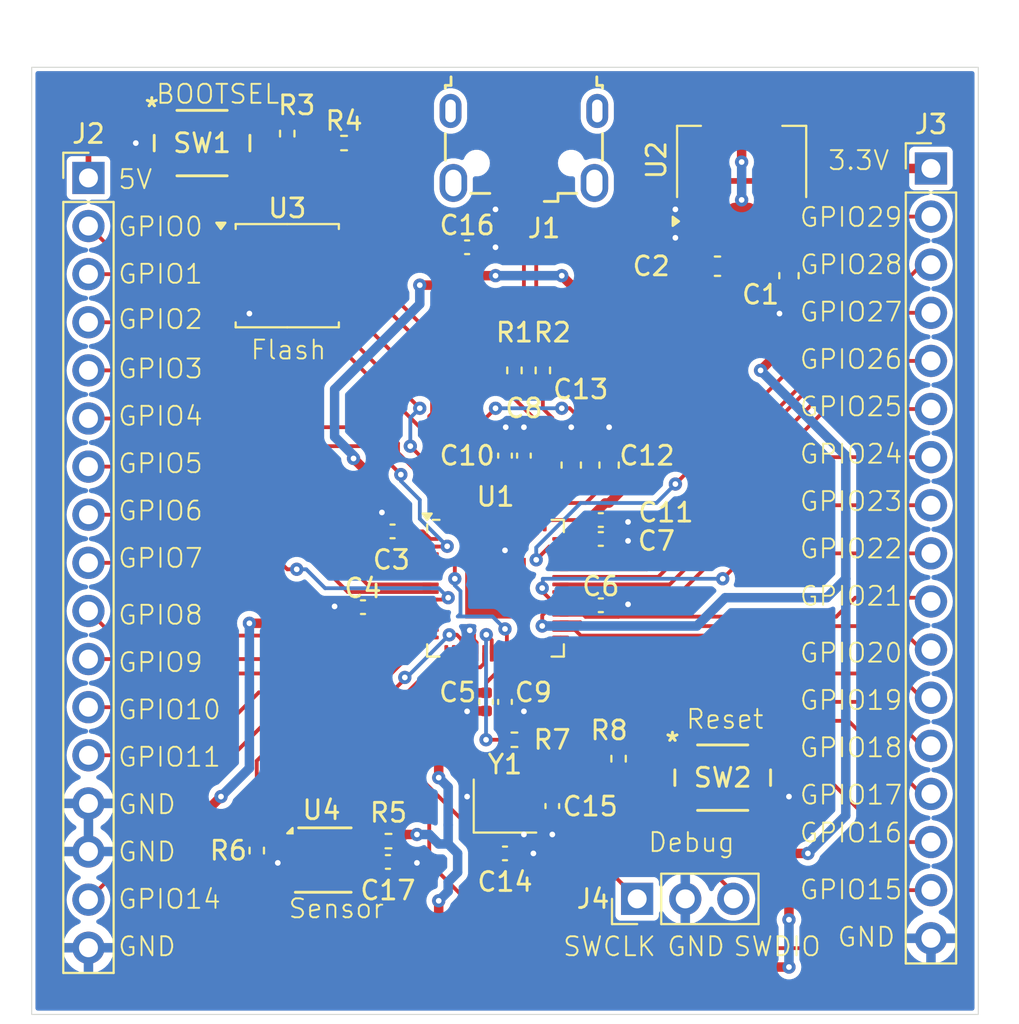
<source format=kicad_pcb>
(kicad_pcb (version 20240108) (generator "pcbnew") (generator_version "8.0")
  (layers (0 "F.Cu" signal) (31 "B.Cu" power) (34 "B.Paste" user) (35 "F.Paste" user) (36 "B.SilkS" user "B.Silkscreen") (37 "F.SilkS" user "F.Silkscreen") (38 "B.Mask" user) (39 "F.Mask" user) (44 "Edge.Cuts" user))
  (net 0 "")
  (net 1 "GND")
  (net 2 "VBUS")
  (net 3 "+3V3")
  (net 4 "+1V1")
  (net 5 "/XIN")
  (net 6 "Net-(C15-Pad1)")
  (net 8 "/USB_D-")
  (net 12 "/USB_D+")
  (net 14 "/GPIO9")
  (net 15 "/GPIO7")
  (net 16 "/GPIO4")
  (net 17 "/GPIO6")
  (net 18 "/GPIO11")
  (net 19 "/GPIO5")
  (net 20 "/GPIO8")
  (net 21 "/GPIO10")
  (net 22 "/GPIO14")
  (net 23 "/GPIO3")
  (net 24 "/GPIO2")
  (net 25 "/GPIO28")
  (net 26 "/GPIO21")
  (net 27 "/GPIO15")
  (net 28 "/GPIO27")
  (net 29 "/GPIO19")
  (net 30 "/GPIO29")
  (net 31 "/GPIO20")
  (net 32 "/GPIO18")
  (net 33 "/GPIO16")
  (net 34 "/GPIO17")
  (net 35 "/GPIO22")
  (net 36 "/GPIO23")
  (net 37 "/GPIO25")
  (net 38 "/GPIO24")
  (net 39 "/GPIO26")
  (net 40 "/SWDIO")
  (net 41 "/SWCLK")
  (net 42 "Net-(U1-USB_DP)")
  (net 43 "Net-(U1-USB_DM)")
  (net 44 "/USB_BOOT")
  (net 45 "/SQPI_SS_N")
  (net 46 "/SCL")
  (net 47 "/SDA")
  (net 48 "/XOUT")
  (net 49 "/RUN")
  (net 50 "/SQPI_SD2")
  (net 51 "/SQPI_SCLK")
  (net 52 "/SQPI_SD1")
  (net 53 "/SQPI_SD0")
  (net 54 "/SQPI_SD3")
  (net 58 "/GPIO0")
  (net 59 "/GPIO1")
  (footprint "Capacitor_SMD:C_0402_1005Metric" (layer "F.Cu") (at 85 90.5 -90)
    (property "Reference" "C5")
    (property "Value" "100nF")
  )
  (footprint "PTS810_SJM_250_SMTR_LFS:PTS810_CNK" (layer "F.Cu") (at 70 61)
    (property "Reference" "SW1")
    (property "Value" "PTS810 SJM 250 SMTR LFS")
  )
  (footprint "Resistor_SMD:R_0402_1005Metric" (layer "F.Cu") (at 74.5 60.5 -90)
    (property "Reference" "R3")
    (property "Value" "1k")
  )
  (footprint "Connector_PinHeader_2.54mm:PinHeader_1x17_P2.54mm_Vertical" (layer "F.Cu") (at 64 62.84)
    (property "Reference" "J2")
    (property "Value" "Conn_01x17")
  )
  (footprint "Capacitor_SMD:C_0603_1608Metric" (layer "F.Cu") (at 91.5 78 90)
    (property "Reference" "C12")
    (property "Value" "1uF")
  )
  (footprint "Package_DFN_QFN:QFN-56-1EP_7x7mm_P0.4mm_EP3.2x3.2mm" (layer "F.Cu") (at 85.5 84.5)
    (property "Reference" "U1")
    (property "Value" "RP2040")
  )
  (footprint "Capacitor_SMD:C_0402_1005Metric" (layer "F.Cu") (at 86 98.5)
    (property "Reference" "C14")
    (property "Value" "10pF")
  )
  (footprint "Resistor_SMD:R_0402_1005Metric" (layer "F.Cu") (at 79.8475 97.85 180)
    (property "Reference" "R5")
    (property "Value" "4k7")
  )
  (footprint "Connector_PinHeader_2.54mm:PinHeader_1x17_P2.54mm_Vertical" (layer "F.Cu") (at 108.5 62.34)
    (property "Reference" "J3")
    (property "Value" "Conn_01x17")
  )
  (footprint "Resistor_SMD:R_0402_1005Metric" (layer "F.Cu") (at 92 93.5 90)
    (property "Reference" "R8")
    (property "Value" "10k")
  )
  (footprint "Resistor_SMD:R_0402_1005Metric" (layer "F.Cu") (at 86.5 92.5)
    (property "Reference" "R7")
    (property "Value" "1k")
  )
  (footprint "Crystal:Crystal_SMD_2520-4Pin_2.5x2.0mm" (layer "F.Cu") (at 86 96)
    (property "Reference" "Y1")
    (property "Value" "12MHz")
  )
  (footprint "Resistor_SMD:R_0402_1005Metric" (layer "F.Cu") (at 86.5 73 90)
    (property "Reference" "R1")
    (property "Value" "27")
  )
  (footprint "Capacitor_SMD:C_0402_1005Metric" (layer "F.Cu") (at 86 77.5 90)
    (property "Reference" "C10")
    (property "Value" "100nF")
  )
  (footprint "Capacitor_SMD:C_0402_1005Metric" (layer "F.Cu") (at 91.0625 85.4)
    (property "Reference" "C6")
    (property "Value" "100nF")
  )
  (footprint "Connector_USB:USB_Micro-B_Wuerth_629105150521" (layer "F.Cu") (at 87 61.255 180)
    (property "Reference" "J1")
    (property "Value" "USB_B_Micro")
  )
  (footprint "Capacitor_SMD:C_0402_1005Metric" (layer "F.Cu") (at 79.8175 98.95)
    (property "Reference" "C17")
    (property "Value" "100nF")
  )
  (footprint "Capacitor_SMD:C_0402_1005Metric" (layer "F.Cu") (at 78.5 85.5 180)
    (property "Reference" "C4")
    (property "Value" "100nF")
  )
  (footprint "PTS810_SJM_250_SMTR_LFS:PTS810_CNK" (layer "F.Cu") (at 97.5 94.5)
    (property "Reference" "SW2")
    (property "Value" "PTS810 SJM 250 SMTR LFS")
  )
  (footprint "Package_TO_SOT_SMD:SOT-223-3_TabPin2" (layer "F.Cu") (at 98.5 62 90)
    (property "Reference" "U2")
    (property "Value" "NCP1117-3.3_SOT223")
  )
  (footprint "Package_SO:SOIC-8_5.23x5.23mm_P1.27mm" (layer "F.Cu") (at 74.5 68)
    (property "Reference" "U3")
    (property "Value" "W25Q128JVS")
  )
  (footprint "Resistor_SMD:R_0402_1005Metric" (layer "F.Cu") (at 77.5 61)
    (property "Reference" "R4")
    (property "Value" "DNF")
  )
  (footprint "Resistor_SMD:R_0402_1005Metric" (layer "F.Cu") (at 88 73 90)
    (property "Reference" "R2")
    (property "Value" "27")
  )
  (footprint "Package_SON:Texas_PWSON-N6" (layer "F.Cu") (at 76.4 98.85)
    (property "Reference" "U4")
    (property "Value" "HDC1080")
  )
  (footprint "Resistor_SMD:R_0402_1005Metric" (layer "F.Cu") (at 72.89 98.35 90)
    (property "Reference" "R6")
    (property "Value" "4k7")
  )
  (footprint "Capacitor_SMD:C_0402_1005Metric" (layer "F.Cu") (at 91.0625 81.9)
    (property "Reference" "C7")
    (property "Value" "100nF")
  )
  (footprint "Capacitor_SMD:C_0402_1005Metric" (layer "F.Cu") (at 84 66.5)
    (property "Reference" "C16")
    (property "Value" "100nF")
  )
  (footprint "Capacitor_SMD:C_0603_1608Metric" (layer "F.Cu") (at 89.5 78 90)
    (property "Reference" "C13")
    (property "Value" "1uF")
  )
  (footprint "Connector_PinHeader_2.54mm:PinHeader_1x03_P2.54mm_Vertical" (layer "F.Cu") (at 92.9825 100.9 90)
    (property "Reference" "J4")
    (property "Value" "Conn_01x03")
  )
  (footprint "Capacitor_SMD:C_0603_1608Metric" (layer "F.Cu") (at 101 68 -90)
    (property "Reference" "C1")
    (property "Value" "10uF")
  )
  (footprint "Capacitor_SMD:C_0603_1608Metric" (layer "F.Cu") (at 97.225 67.5 180)
    (property "Reference" "C2")
    (property "Value" "10uF")
  )
  (footprint "Capacitor_SMD:C_0402_1005Metric" (layer "F.Cu") (at 88.5 96 -90)
    (property "Reference" "C15")
    (property "Value" "10pF")
  )
  (footprint "Capacitor_SMD:C_0402_1005Metric" (layer "F.Cu") (at 91.0625 80.9)
    (property "Reference" "C11")
    (property "Value" "100nF")
  )
  (footprint "Capacitor_SMD:C_0402_1005Metric" (layer "F.Cu") (at 86 90.5 -90)
    (property "Reference" "C9")
    (property "Value" "100nF")
  )
  (footprint "Capacitor_SMD:C_0402_1005Metric" (layer "F.Cu") (at 87 77.5 90)
    (property "Reference" "C8")
    (property "Value" "100nF")
  )
  (footprint "Capacitor_SMD:C_0402_1005Metric" (layer "F.Cu") (at 80.0625 81.5 180)
    (property "Reference" "C3")
    (property "Value" "100nF")
  )
  (gr_rect (start 61 57) (end 111 107) (stroke (width 0.05)) (fill none) (layer "Edge.Cuts"))
  (gr_text "GPIO20" (at 101.5 88.5 0) (layer "F.SilkS") (effects (font (size 1 1) (thickness 0.1)) (justify left bottom)))
  (gr_text "Reset" (at 95.5 92 0) (layer "F.SilkS") (effects (font (size 1 1) (thickness 0.1)) (justify left bottom)))
  (gr_text "GPIO4" (at 65.5 76 0) (layer "F.SilkS") (effects (font (size 1 1) (thickness 0.1)) (justify left bottom)))
  (gr_text "GPIO27" (at 101.5 70.5 0) (layer "F.SilkS") (effects (font (size 1 1) (thickness 0.1)) (justify left bottom)))
  (gr_text "GPIO8" (at 65.5 86.5 0) (layer "F.SilkS") (effects (font (size 1 1) (thickness 0.1)) (justify left bottom)))
  (gr_text "Debug" (at 93.5 98.5 0) (layer "F.SilkS") (effects (font (size 1 1) (thickness 0.1)) (justify left bottom)))
  (gr_text "GND" (at 94.5 104 0) (layer "F.SilkS") (effects (font (size 1 1) (thickness 0.1)) (justify left bottom)))
  (gr_text "GPIO28" (at 101.51 68 0) (layer "F.SilkS") (effects (font (size 1 1) (thickness 0.1)) (justify left bottom)))
  (gr_text "GPIO6" (at 65.5 81 0) (layer "F.SilkS") (effects (font (size 1 1) (thickness 0.1)) (justify left bottom)))
  (gr_text "Sensor" (at 74.5 102 0) (layer "F.SilkS") (effects (font (size 1 1) (thickness 0.1)) (justify left bottom)))
  (gr_text "GPIO22\n" (at 101.5 83 0) (layer "F.SilkS") (effects (font (size 1 1) (thickness 0.1)) (justify left bottom)))
  (gr_text "GPIO29\n" (at 101.5 65.5 0) (layer "F.SilkS") (effects (font (size 1 1) (thickness 0.1)) (justify left bottom)))
  (gr_text "GPIO0" (at 65.5 66 0) (layer "F.SilkS") (effects (font (size 1 1) (thickness 0.1)) (justify left bottom)))
  (gr_text "GPIO11" (at 65.5 94 0) (layer "F.SilkS") (effects (font (size 1 1) (thickness 0.1)) (justify left bottom)))
  (gr_text "GPIO19" (at 101.5 91 0) (layer "F.SilkS") (effects (font (size 1 1) (thickness 0.1)) (justify left bottom)))
  (gr_text "GPIO21" (at 101.5 85.5 0) (layer "F.SilkS") (effects (font (size 1 1) (thickness 0.1)) (justify left bottom)))
  (gr_text "3.3V" (at 103 62.5 0) (layer "F.SilkS") (effects (font (size 1 1) (thickness 0.1)) (justify left bottom)))
  (gr_text "GPIO3" (at 65.5 73.5 0) (layer "F.SilkS") (effects (font (size 1 1) (thickness 0.1)) (justify left bottom)))
  (gr_text "GND" (at 103.5 103.5 0) (layer "F.SilkS") (effects (font (size 1 1) (thickness 0.1)) (justify left bottom)))
  (gr_text "5V" (at 65.5 63.5 0) (layer "F.SilkS") (effects (font (size 1 1) (thickness 0.1)) (justify left bottom)))
  (gr_text "GPIO26" (at 101.5 73 0) (layer "F.SilkS") (effects (font (size 1 1) (thickness 0.1)) (justify left bottom)))
  (gr_text "GND" (at 65.5 96.5 0) (layer "F.SilkS") (effects (font (size 1 1) (thickness 0.1)) (justify left bottom)))
  (gr_text "GPIO9" (at 65.5 89 0) (layer "F.SilkS") (effects (font (size 1 1) (thickness 0.1)) (justify left bottom)))
  (gr_text "GPIO2\n\n" (at 65.5 72.5 0) (layer "F.SilkS") (effects (font (size 1 1) (thickness 0.1)) (justify left bottom)))
  (gr_text "GPIO18" (at 101.5 93.5 0) (layer "F.SilkS") (effects (font (size 1 1) (thickness 0.1)) (justify left bottom)))
  (gr_text "GPIO15\n" (at 101.5 101 0) (layer "F.SilkS") (effects (font (size 1 1) (thickness 0.1)) (justify left bottom)))
  (gr_text "GPIO10" (at 65.5 91.5 0) (layer "F.SilkS") (effects (font (size 1 1) (thickness 0.1)) (justify left bottom)))
  (gr_text "GPIO24" (at 101.5 78 0) (layer "F.SilkS") (effects (font (size 1 1) (thickness 0.1)) (justify left bottom)))
  (gr_text "GPIO1\n" (at 65.5 68.5 0) (layer "F.SilkS") (effects (font (size 1 1) (thickness 0.1)) (justify left bottom)))
  (gr_text "SWCLK" (at 89 104 0) (layer "F.SilkS") (effects (font (size 1 1) (thickness 0.1)) (justify left bottom)))
  (gr_text "GPIO5" (at 65.5 78.5 0) (layer "F.SilkS") (effects (font (size 1 1) (thickness 0.1)) (justify left bottom)))
  (gr_text "SWDIO" (at 98 104 0) (layer "F.SilkS") (effects (font (size 1 1) (thickness 0.1)) (justify left bottom)))
  (gr_text "Flash" (at 72.5 72.5 0) (layer "F.SilkS") (effects (font (size 1 1) (thickness 0.1)) (justify left bottom)))
  (gr_text "GND" (at 65.5 99 0) (layer "F.SilkS") (effects (font (size 1 1) (thickness 0.1)) (justify left bottom)))
  (gr_text "GPIO17" (at 101.5 96 0) (layer "F.SilkS") (effects (font (size 1 1) (thickness 0.1)) (justify left bottom)))
  (gr_text "GPIO23" (at 101.5 80.5 0) (layer "F.SilkS") (effects (font (size 1 1) (thickness 0.1)) (justify left bottom)))
  (gr_text "GPIO14" (at 65.5 101.5 0) (layer "F.SilkS") (effects (font (size 1 1) (thickness 0.1)) (justify left bottom)))
  (gr_text "GND" (at 65.5 104 0) (layer "F.SilkS") (effects (font (size 1 1) (thickness 0.1)) (justify left bottom)))
  (gr_text "GPIO25" (at 101.5 75.5 0) (layer "F.SilkS") (effects (font (size 1 1) (thickness 0.1)) (justify left bottom)))
  (gr_text "GPIO16	\n" (at 101.5 98 0) (layer "F.SilkS") (effects (font (size 1 1) (thickness 0.1)) (justify left bottom)))
  (gr_text "BOOTSEL" (at 67.5 59 0) (layer "F.SilkS") (effects (font (size 1 1) (thickness 0.1)) (justify left bottom)))
  (gr_text "GPIO7" (at 65.5 83.5 0) (layer "F.SilkS") (effects (font (size 1 1) (thickness 0.1)) (justify left bottom)))
  (segment (start 81.3 98.95) (end 81.35 99) (width 0.5) (layer "F.Cu") (net 1))
  (segment (start 72.075 62.075) (end 67.925 62.075) (width 0.2) (layer "F.Cu") (net 1))
  (segment (start 85 90.98) (end 84.02 90.98) (width 0.5) (layer "F.Cu") (net 1))
  (segment (start 88.5 97) (end 88.5 97.5) (width 0.5) (layer "F.Cu") (net 1))
  (segment (start 84.2 95.3) (end 84 95.5) (width 0.5) (layer "F.Cu") (net 1))
  (segment (start 95.425 95.575) (end 99.575 95.575) (width 0.5) (layer "F.Cu") (net 1))
  (segment (start 70.9 69.905) (end 72.405 69.905) (width 0.5) (layer "F.Cu") (net 1))
  (segment (start 85.7 63.155) (end 85.7 64.3) (width 0.3) (layer "F.Cu") (net 1))
  (segment (start 86 90.98) (end 86.98 90.98) (width 0.5) (layer "F.Cu") (net 1))
  (segment (start 66.5 61) (end 67.575 62.075) (width 0.5) (layer "F.Cu") (net 1))
  (segment (start 79.5825 80.5825) (end 79.5 80.5) (width 0.5) (layer "F.Cu") (net 1))
  (segment (start 87.095 96.48) (end 86.875 96.7) (width 0.3) (layer "F.Cu") (net 1))
  (segment (start 79.5825 81.5) (end 79.5825 80.5825) (width 0.5) (layer "F.Cu") (net 1))
  (segment (start 84.5 87.9375) (end 84.5 87.361435) (width 0.2) (layer "F.Cu") (net 1))
  (segment (start 78.02 85.5) (end 77.04 85.5) (width 0.5) (layer "F.Cu") (net 1))
  (segment (start 85.5 83) (end 85.5 84.5) (width 0.5) (layer "F.Cu") (net 1))
  (segment (start 99.575 95.575) (end 100.925 95.575) (width 0.5) (layer "F.Cu") (net 1))
  (segment (start 91.5425 81.9) (end 92.4 81.9) (width 0.5) (layer "F.Cu") (net 1))
  (segment (start 86.48 98.5) (end 87.5 98.5) (width 0.5) (layer "F.Cu") (net 1))
  (segment (start 84.360632 87.222067) (end 84.360632 86.941393) (width 0.2) (layer "F.Cu") (net 1))
  (segment (start 84.360632 86.941393) (end 84.140841 86.721602) (width 0.2) (layer "F.Cu") (net 1))
  (segment (start 84.5 87.361435) (end 84.360632 87.222067) (width 0.2) (layer "F.Cu") (net 1))
  (segment (start 91.5 77.225) (end 91.5 76) (width 0.5) (layer "F.Cu") (net 1))
  (segment (start 91.5425 85.4) (end 92.45 85.4) (width 0.5) (layer "F.Cu") (net 1))
  (segment (start 96.2 65.15) (end 95.65 65.15) (width 0.5) (layer "F.Cu") (net 1))
  (segment (start 96.2 65.15) (end 96.2 67.25) (width 0.5) (layer "F.Cu") (net 1))
  (segment (start 77.04 85.5) (end 77 85.46) (width 0.5) (layer "F.Cu") (net 1))
  (segment (start 80.2975 98.95) (end 81.3 98.95) (width 0.5) (layer "F.Cu") (net 1))
  (segment (start 87 77.02) (end 87 76) (width 0.5) (layer "F.Cu") (net 1))
  (segment (start 95.85 65.15) (end 95 66) (width 0.5) (layer "F.Cu") (net 1))
  (segment (start 95.65 65.15) (end 95 64.5) (width 0.5) (layer "F.Cu") (net 1))
  (segment (start 100.925 95.575) (end 101 95.5) (width 0.5) (layer "F.Cu") (net 1))
  (segment (start 74.15 98.85) (end 74 99) (width 0.5) (layer "F.Cu") (net 1))
  (segment (start 92.4 81.9) (end 92.5 82) (width 0.5) (layer "F.Cu") (net 1))
  (segment (start 101 69.5) (end 100.5 70) (width 0.5) (layer "F.Cu") (net 1))
  (segment (start 67.575 62.075) (end 67.925 62.075) (width 0.5) (layer "F.Cu") (net 1))
  (segment (start 88.5 96.48) (end 88.5 97) (width 0.5) (layer "F.Cu") (net 1))
  (segment (start 86.875 96.7) (end 86.875 97.375) (width 0.5) (layer "F.Cu") (net 1))
  (segment (start 86 77.02) (end 86 76.04) (width 0.5) (layer "F.Cu") (net 1))
  (segment (start 86 76.04) (end 86.04 76) (width 0.5) (layer "F.Cu") (net 1))
  (segment (start 91.5425 80.9) (end 92.4 80.9) (width 0.5) (layer "F.Cu") (net 1))
  (segment (start 72.405 69.905) (end 72.5 70) (width 0.5) (layer "F.Cu") (net 1))
  (segment (start 89.5 77.225) (end 89.5 76) (width 0.5) (layer "F.Cu") (net 1))
  (segment (start 86.98 90.98) (end 87 91) (width 0.5) (layer "F.Cu") (net 1))
  (segment (start 92.45 85.4) (end 92.5 85.35) (width 0.5) (layer "F.Cu") (net 1))
  (segment (start 85.125 95.3) (end 84.2 95.3) (width 0.5) (layer "F.Cu") (net 1))
  (segment (start 86 82.5) (end 85.5 83) (width 0.5) (layer "F.Cu") (net 1))
  (segment (start 86.875 97.375) (end 87 97.5) (width 0.5) (layer "F.Cu") (net 1))
  (segment (start 85.7 64.3) (end 85.5 64.5) (width 0.3) (layer "F.Cu") (net 1))
  (segment (start 92.4 80.9) (end 92.5 81) (width 0.5) (layer "F.Cu") (net 1))
  (segment (start 87 76) (end 87 76.5) (width 0.5) (layer "F.Cu") (net 1))
  (segment (start 96.2 67.25) (end 96.45 67.5) (width 0.5) (layer "F.Cu") (net 1))
  (segment (start 75 98.85) (end 74.15 98.85) (width 0.5) (layer "F.Cu") (net 1))
  (segment (start 101 68.775) (end 101 69.5) (width 0.5) (layer "F.Cu") (net 1))
  (segment (start 84.48 66.5) (end 85.5 66.5) (width 0.3) (layer "F.Cu") (net 1))
  (segment (start 96.2 65.15) (end 95.85 65.15) (width 0.5) (layer "F.Cu") (net 1))
  (segment (start 84.02 90.98) (end 84 91) (width 0.5) (layer "F.Cu") (net 1))
  (via (at 87 97.5) (size 0.7) (drill 0.3) (layers "F.Cu" "B.Cu") (net 1))
  (via (at 91.5 76) (size 0.7) (drill 0.3) (layers "F.Cu" "B.Cu") (net 1))
  (via (at 84 91) (size 0.7) (drill 0.3) (layers "F.Cu" "B.Cu") (net 1))
  (via (at 87 76) (size 0.7) (drill 0.3) (layers "F.Cu" "B.Cu") (net 1))
  (via (at 101 95.5) (size 0.7) (drill 0.3) (layers "F.Cu" "B.Cu") (net 1))
  (via (at 72.5 70) (size 0.7) (drill 0.3) (layers "F.Cu" "B.Cu") (net 1))
  (via (at 89.5 76) (size 0.7) (drill 0.3) (layers "F.Cu" "B.Cu") (net 1))
  (via (at 95 64.5) (size 0.7) (drill 0.3) (layers "F.Cu" "B.Cu") (net 1))
  (via (at 84 95.5) (size 0.7) (drill 0.3) (layers "F.Cu" "B.Cu") (net 1))
  (via (at 79.5 80.5) (size 0.7) (drill 0.3) (layers "F.Cu" "B.Cu") (net 1))
  (via (at 92.5 81) (size 0.7) (drill 0.3) (layers "F.Cu" "B.Cu") (net 1))
  (via (at 86 82.5) (size 0.7) (drill 0.3) (layers "F.Cu" "B.Cu") (net 1))
  (via (at 86.04 76) (size 0.7) (drill 0.3) (layers "F.Cu" "B.Cu") (net 1))
  (via (at 81.35 99) (size 0.7) (drill 0.3) (layers "F.Cu" "B.Cu") (net 1))
  (via (at 92.5 85.35) (size 0.7) (drill 0.3) (layers "F.Cu" "B.Cu") (net 1))
  (via (at 87 91) (size 0.7) (drill 0.3) (layers "F.Cu" "B.Cu") (net 1))
  (via (at 66.5 61) (size 0.7) (drill 0.3) (layers "F.Cu" "B.Cu") (net 1))
  (via (at 95 66) (size 0.7) (drill 0.3) (layers "F.Cu" "B.Cu") (net 1))
  (via (at 88.5 97.5) (size 0.7) (drill 0.3) (layers "F.Cu" "B.Cu") (net 1))
  (via (at 87.5 98.5) (size 0.7) (drill 0.3) (layers "F.Cu" "B.Cu") (net 1))
  (via (at 84.140841 86.721602) (size 0.7) (drill 0.3) (layers "F.Cu" "B.Cu") (net 1))
  (via (at 85.5 66.5) (size 0.7) (drill 0.3) (layers "F.Cu" "B.Cu") (net 1))
  (via (at 74 99) (size 0.7) (drill 0.3) (layers "F.Cu" "B.Cu") (net 1))
  (via (at 77 85.46) (size 0.7) (drill 0.3) (layers "F.Cu" "B.Cu") (net 1))
  (via (at 85.5 64.5) (size 0.7) (drill 0.3) (layers "F.Cu" "B.Cu") (net 1))
  (via (at 100.5 70) (size 0.7) (drill 0.3) (layers "F.Cu" "B.Cu") (net 1))
  (via (at 92.5 82) (size 0.7) (drill 0.3) (layers "F.Cu" "B.Cu") (net 1))
  (segment (start 64 61) (end 64 62.84) (width 0.3) (layer "F.Cu") (net 2))
  (segment (start 79 58) (end 67 58) (width 0.3) (layer "F.Cu") (net 2))
  (segment (start 80.5 61) (end 79 59.5) (width 0.3) (layer "F.Cu") (net 2))
  (segment (start 88.3 63.155) (end 90.145 65) (width 0.3) (layer "F.Cu") (net 2))
  (segment (start 88.3 63.155) (end 88.3 62.205) (width 0.3) (layer "F.Cu") (net 2))
  (segment (start 100.8 63.3) (end 100.8 65.15) (width 0.3) (layer "F.Cu") (net 2))
  (segment (start 67 58) (end 64 61) (width 0.3) (layer "F.Cu") (net 2))
  (segment (start 90.145 65) (end 93 65) (width 0.3) (layer "F.Cu") (net 2))
  (segment (start 79 59.5) (end 79 58) (width 0.3) (layer "F.Cu") (net 2))
  (segment (start 95 63) (end 100.5 63) (width 0.3) (layer "F.Cu") (net 2))
  (segment (start 100.8 65.15) (end 100.8 67.025) (width 0.5) (layer "F.Cu") (net 2))
  (segment (start 100.5 63) (end 100.8 63.3) (width 0.3) (layer "F.Cu") (net 2))
  (segment (start 87.095 61) (end 80.5 61) (width 0.3) (layer "F.Cu") (net 2))
  (segment (start 88.3 62.205) (end 87.095 61) (width 0.3) (layer "F.Cu") (net 2))
  (segment (start 100.8 67.025) (end 101 67.225) (width 0.5) (layer "F.Cu") (net 2))
  (segment (start 101 65.35) (end 100.8 65.15) (width 0.3) (layer "F.Cu") (net 2))
  (segment (start 93 65) (end 95 63) (width 0.3) (layer "F.Cu") (net 2))
  (segment (start 94 70) (end 94 76.275) (width 0.5) (layer "F.Cu") (net 3))
  (segment (start 100 70.8) (end 102.2 70.8) (width 0.5) (layer "F.Cu") (net 3))
  (segment (start 101 98.5) (end 97.5 98.5) (width 0.5) (layer "F.Cu") (net 3))
  (segment (start 101 98.5) (end 101 102) (width 0.5) (layer "F.Cu") (net 3))
  (segment (start 87.966983 85.936657) (end 88.40364 85.5) (width 0.2) (layer "F.Cu") (net 3))
  (segment (start 86.1 80.1) (end 86 80) (width 0.2) (layer "F.Cu") (net 3))
  (segment (start 87.7 80.365686) (end 87.7 81.0625) (width 0.2) (layer "F.Cu") (net 3))
  (segment (start 94 76.275) (end 92.8875 77.3875) (width 0.5) (layer "F.Cu") (net 3))
  (segment (start 92 95) (end 92 94.01) (width 0.5) (layer "F.Cu") (net 3))
  (segment (start 100 70.8) (end 100 72.5) (width 0.5) (layer "F.Cu") (net 3))
  (segment (start 98.275 65.375) (end 98.5 65.15) (width 0.3) (layer "F.Cu") (net 3))
  (segment (start 88.065686 80) (end 90.275 80) (width 0.2) (layer "F.Cu") (net 3))
  (segment (start 83.52 66.5) (end 81.5 66.5) (width 0.3) (layer "F.Cu") (net 3))
  (segment (start 97.5 98.5) (end 96 97) (width 0.5) (layer "F.Cu") (net 3))
  (segment (start 77.9 98.95) (end 77.8 98.85) (width 0.3) (layer "F.Cu") (net 3))
  (segment (start 82.0625 85.5) (end 78.98 85.5) (width 0.2) (layer "F.Cu") (net 3))
  (segment (start 72.89 101.39) (end 72.89 100.5) (width 0.5) (layer "F.Cu") (net 3))
  (segment (start 97.5 70) (end 98.3 70.8) (width 0.5) (layer "F.Cu") (net 3))
  (segment (start 87.7 81.59636) (end 87.7 81.0625) (width 0.2) (layer "F.Cu") (net 3))
  (segment (start 80.5425 80.1925) (end 80.5425 81.5) (width 0.5) (layer "F.Cu") (net 3))
  (segment (start 87.29636 82) (end 87.7 81.59636) (width 0.2) (layer "F.Cu") (net 3))
  (segment (start 86 80) (end 86 79.802942) (width 0.2) (layer "F.Cu") (net 3))
  (segment (start 92.8875 77.3875) (end 91.5 78.775) (width 0.5) (layer "F.Cu") (net 3))
  (segment (start 69 97.5) (end 71 95.5) (width 0.5) (layer "F.Cu") (net 3))
  (segment (start 87 78.802942) (end 87 77.98) (width 0.2) (layer "F.Cu") (net 3))
  (segment (start 98.5 62) (end 98.5 58.85) (width 0.5) (layer "F.Cu") (net 3))
  (segment (start 79.5 66.5) (end 79.095 66.095) (width 0.3) (layer "F.Cu") (net 3))
  (segment (start 85.7 88.8) (end 85 89.5) (width 0.2) (layer "F.Cu") (net 3))
  (segment (start 96 97) (end 94 97) (width 0.5) (layer "F.Cu") (net 3))
  (segment (start 91.5 80) (end 93 78.5) (width 0.5) (layer "F.Cu") (net 3))
  (segment (start 78.01 66.005) (end 78.1 66.095) (width 0.3) (layer "F.Cu") (net 3))
  (segment (start 98 67.5) (end 99 66.5) (width 0.5) (layer "F.Cu") (net 3))
  (segment (start 103 69.5) (end 103.5 69) (width 0.5) (layer "F.Cu") (net 3))
  (segment (start 105.16 62.34) (end 108 62.34) (width 0.5) (layer "F.Cu") (net 3))
  (segment (start 72.89 100.5) (end 72.89 98.86) (width 0.5) (layer "F.Cu") (net 3))
  (segment (start 72.89 100.5) (end 71 100.5) (width 0.5) (layer "F.Cu") (net 3))
  (segment (start 78.439999 86.35) (end 78.98 85.809999) (width 0.5) (layer "F.Cu") (net 3))
  (segment (start 76 104.5) (end 72.89 101.39) (width 0.5) (layer "F.Cu") (net 3))
  (segment (start 87.7 80.365686) (end 88.065686 80) (width 0.2) (layer "F.Cu") (net 3))
  (segment (start 91 70) (end 89 68) (width 0.5) (layer "F.Cu") (net 3))
  (segment (start 82.5 91.18055) (end 82.5 94.5) (width 0.5) (layer "F.Cu") (net 3))
  (segment (start 86 79.802942) (end 87 78.802942) (width 0.2) (layer "F.Cu") (net 3))
  (segment (start 88.40364 85.5) (end 88.9375 85.5) (width 0.2) (layer "F.Cu") (net 3))
  (segment (start 94 97) (end 92 95) (width 0.5) (layer "F.Cu") (net 3))
  (segment (start 83.52 66.809999) (end 83.52 66.5) (width 0.5) (layer "F.Cu") (net 3))
  (segment (start 98 69.5) (end 97.5 70) (width 0.5) (layer "F.Cu") (net 3))
  (segment (start 93.5 78.5) (end 93.5 78) (width 0.5) (layer "F.Cu") (net 3))
  (segment (start 88.2625 80.9) (end 88.1 81.0625) (width 0.2) (layer "F.Cu") (net 3))
  (segment (start 82.5 103.5) (end 82.5 102.5) (width 0.5) (layer "F.Cu") (net 3))
  (segment (start 82.5 68.5) (end 83.855001 67.144999) (width 0.5) (layer "F.Cu") (net 3))
  (segment (start 72.5 86.35) (end 78.439999 86.35) (width 0.5) (layer "F.Cu") (net 3))
  (segment (start 98 67.5) (end 98 69.5) (width 0.5) (layer "F.Cu") (net 3))
  (segment (start 102 98.5) (end 101 98.5) (width 0.5) (layer "F.Cu") (net 3))
  (segment (start 90.5825 80.9) (end 90.5825 81.9) (width 0.5) (layer "F.Cu") (net 3))
  (segment (start 78.1 66.095) (end 78.1 61.09) (width 0.3) (layer "F.Cu") (net 3))
  (segment (start 90.5825 80.711734) (end 91.294234 80) (width 0.5) (layer "F.Cu") (net 3))
  (segment (start 82.5 102.5) (end 79.3375 99.3375) (width 0.5) (layer "F.Cu") (net 3))
  (segment (start 80.7075 97.5) (end 80.3575 97.85) (width 0.5) (layer "F.Cu") (net 3))
  (segment (start 103 70) (end 103 69.5) (width 0.5) (layer "F.Cu") (net 3))
  (segment (start 83.855001 67.144999) (end 83.52 66.809999) (width 0.5) (layer "F.Cu") (net 3))
  (segment (start 90.5825 80.9) (end 88.2625 80.9) (width 0.2) (layer "F.Cu") (net 3))
  (segment (start 90.5825 80.9) (end 90.5825 80.711734) (width 0.5) (layer "F.Cu") (net 3))
  (segment (start 103.5 64) (end 105.16 62.34) (width 0.5) (layer "F.Cu") (net 3))
  (segment (start 98.5 65.15) (end 98.5 64) (width 0.5) (layer "F.Cu") (net 3))
  (segment (start 88.9375 81.9) (end 90.5825 81.9) (width 0.2) (layer "F.Cu") (net 3))
  (segment (start 82.5 102.5) (end 82.5 101) (width 0.5) (layer "F.Cu") (net 3))
  (segment (start 86.50364 82) (end 87.29636 82) (width 0.2) (layer "F.Cu") (net 3))
  (segment (start 83.66055 90.02) (end 82.5 91.18055) (width 0.5) (layer "F.Cu") (net 3))
  (segment (start 79.095 66.095) (end 78.1 66.095) (width 0.3) (layer "F.Cu") (net 3))
  (segment (start 93.5 78) (end 92.8875 77.3875) (width 0.5) (layer "F.Cu") (net 3))
  (segment (start 88.9375 85.5) (end 90.4825 85.5) (width 0.2) (layer "F.Cu") (net 3))
  (segment (start 69 98.5) (end 69 97.5) (width 0.5) (layer "F.Cu") (net 3))
  (segment (start 81.6625 81.5) (end 80.5425 81.5) (width 0.2) (layer "F.Cu") (net 3))
  (segment (start 101 104.5) (end 81.5 104.5) (width 0.5) (layer "F.Cu") (net 3))
  (segment (start 94 70) (end 91 70) (width 0.5) (layer "F.Cu") (net 3))
  (segment (start 85.7 80.3) (end 86 80) (width 0.2) (layer "F.Cu") (net 3))
  (segment (start 78.1 61.09) (end 78.01 61) (width 0.3) (layer "F.Cu") (net 3))
  (segment (start 99 66.5) (end 98.5 66) (width 0.5) (layer "F.Cu") (net 3))
  (segment (start 86.1 80.1) (end 86.1 81.0625) (width 0.2) (layer "F.Cu") (net 3))
  (segment (start 81.5 68.5) (end 82.5 68.5) (width 0.5) (layer "F.Cu") (net 3))
  (segment (start 100 72.5) (end 99.5 73) (width 0.5) (layer "F.Cu") (net 3))
  (segment (start 81.5 104.5) (end 82.5 103.5) (width 0.5) (layer "F.Cu") (net 3))
  (segment (start 98.5 66) (end 98.5 65.15) (width 0.5) (layer "F.Cu") (net 3))
  (segment (start 91.294234 80) (end 91.5 80) (width 0.5) (layer "F.Cu") (net 3))
  (segment (start 93 78.5) (end 93.5 78.5) (width 0.5) (layer "F.Cu") (net 3))
  (segment (start 86.1 81.0625) (end 86.1 81.59636) (width 0.2) (layer "F.Cu") (net 3))
  (segment (start 87.966983 86.493171) (end 87.966983 85.936657) (width 0.2) (layer "F.Cu") (net 3))
  (segment (start 90.4825 85.5) (end 90.5825 85.4) (width 0.2) (layer "F.Cu") (net 3))
  (segment (start 85.7 87.9375) (end 85.7 88.8) (width 0.2) (layer "F.Cu") (net 3))
  (segment (start 85 89.5) (end 85 90.02) (width 0.2) (layer "F.Cu") (net 3))
  (segment (start 103.5 69) (end 103.5 64) (width 0.5) (layer "F.Cu") (net 3))
  (segment (start 85.7 81.0625) (end 85.7 80.3) (width 0.2) (layer "F.Cu") (net 3))
  (segment (start 102.2 70.8) (end 103 70) (width 0.5) (layer "F.Cu") (net 3))
  (segment (start 78 77.65) (end 80.5425 80.1925) (width 0.5) (layer "F.Cu") (net 3))
  (segment (start 82.0625 81.9) (end 81.6625 81.5) (width 0.2) (layer "F.Cu") (net 3))
  (segment (start 79.3375 98.95) (end 77.9 98.95) (width 0.3) (layer "F.Cu") (net 3))
  (segment (start 98.3 70.8) (end 100 70.8) (width 0.5) (layer "F.Cu") (net 3))
  (segment (start 81.5 104.5) (end 76 104.5) (width 0.5) (layer "F.Cu") (net 3))
  (segment (start 81.5 66.5) (end 79.5 66.5) (width 0.3) (layer "F.Cu") (net 3))
  (segment (start 86.1 81.59636) (end 86.50364 82) (width 0.2) (layer "F.Cu") (net 3))
  (segment (start 84.710001 68) (end 83.855001 67.144999) (width 0.5) (layer "F.Cu") (net 3))
  (segment (start 71 100.5) (end 69 98.5) (width 0.5) (layer "F.Cu") (net 3))
  (segment (start 85.5 68) (end 84.710001 68) (width 0.5) (layer "F.Cu") (net 3))
  (segment (start 78.98 85.809999) (end 78.98 85.5) (width 0.5) (layer "F.Cu") (net 3))
  (segment (start 97.5 70) (end 94 70) (width 0.5) (layer "F.Cu") (net 3))
  (segment (start 90.275 80) (end 91.5 78.775) (width 0.2) (layer "F.Cu") (net 3))
  (segment (start 81.35 97.5) (end 80.7075 97.5) (width 0.5) (layer "F.Cu") (net 3))
  (segment (start 79.3375 99.3375) (end 79.3375 98.95) (width 0.5) (layer "F.Cu") (net 3))
  (segment (start 85 90.02) (end 83.66055 90.02) (width 0.5) (layer "F.Cu") (net 3))
  (via (at 101 102) (size 0.7) (drill 0.3) (layers "F.Cu" "B.Cu") (net 3))
  (via (at 81.35 97.5) (size 0.7) (drill 0.3) (layers "F.Cu" "B.Cu") (net 3))
  (via (at 98.5 64) (size 0.7) (drill 0.3) (layers "F.Cu" "B.Cu") (net 3))
  (via (at 89 68) (size 0.7) (drill 0.3) (layers "F.Cu" "B.Cu") (net 3))
  (via (at 101 104.5) (size 0.7) (drill 0.3) (layers "F.Cu" "B.Cu") (net 3))
  (via (at 98.5 62) (size 0.7) (drill 0.3) (layers "F.Cu" "B.Cu") (net 3))
  (via (at 72.5 86.35) (size 0.7) (drill 0.3) (layers "F.Cu" "B.Cu") (net 3))
  (via (at 78 77.65) (size 0.7) (drill 0.3) (layers "F.Cu" "B.Cu") (net 3))
  (via (at 82.5 94.5) (size 0.7) (drill 0.3) (layers "F.Cu" "B.Cu") (net 3))
  (via (at 82.5 101) (size 0.7) (drill 0.3) (layers "F.Cu" "B.Cu") (net 3))
  (via (at 99.5 73) (size 0.7) (drill 0.3) (layers "F.Cu" "B.Cu") (net 3))
  (via (at 71 95.5) (size 0.7) (drill 0.3) (layers "F.Cu" "B.Cu") (net 3))
  (via (at 81.5 68.5) (size 0.7) (drill 0.3) (layers "F.Cu" "B.Cu") (net 3))
  (via (at 102 98.5) (size 0.7) (drill 0.3) (layers "F.Cu" "B.Cu") (net 3))
  (via (at 85.5 68) (size 0.7) (drill 0.3) (layers "F.Cu" "B.Cu") (net 3))
  (via (at 87.966983 86.493171) (size 0.7) (drill 0.3) (layers "F.Cu" "B.Cu") (net 3))
  (segment (start 104 84) (end 103 85) (width 0.5) (layer "B.Cu") (net 3))
  (segment (start 101 102) (end 101 104.5) (width 0.5) (layer "B.Cu") (net 3))
  (segment (start 83 100) (end 83.5 99.5) (width 0.5) (layer "B.Cu") (net 3))
  (segment (start 104 77.5) (end 104 84) (width 0.5) (layer "B.Cu") (net 3))
  (segment (start 83 100.5) (end 83 100) (width 0.5) (layer "B.Cu") (net 3))
  (segment (start 83 97) (end 83 95) (width 0.5) (layer "B.Cu") (net 3))
  (segment (start 104 84) (end 104 96.5) (width 0.5) (layer "B.Cu") (net 3))
  (segment (start 83 98) (end 82.5 98) (width 0.5) (layer "B.Cu") (net 3))
  (segment (start 89 68) (end 85.5 68) (width 0.5) (layer "B.Cu") (net 3))
  (segment (start 83 98) (end 83 97) (width 0.5) (layer "B.Cu") (net 3))
  (segment (start 78 77.5) (end 78 77.65) (width 0.5) (layer "B.Cu") (net 3))
  (segment (start 83 95) (end 82.5 94.5) (width 0.5) (layer "B.Cu") (net 3))
  (segment (start 96.1382 86.493171) (end 87.966983 86.493171) (width 0.5) (layer "B.Cu") (net 3))
  (segment (start 104 96.5) (end 102 98.5) (width 0.5) (layer "B.Cu") (net 3))
  (segment (start 82 97.5) (end 81.35 97.5) (width 0.5) (layer "B.Cu") (net 3))
  (segment (start 83.5 99.5) (end 83.5 98.5) (width 0.5) (layer "B.Cu") (net 3))
  (segment (start 103 85) (end 97.631371 85) (width 0.5) (layer "B.Cu") (net 3))
  (segment (start 99.5 73) (end 104 77.5) (width 0.5) (layer "B.Cu") (net 3))
  (segment (start 81.5 69.5) (end 77 74) (width 0.5) (layer "B.Cu") (net 3))
  (segment (start 72.5 94) (end 72.5 86.35) (width 0.5) (layer "B.Cu") (net 3))
  (segment (start 98.5 64) (end 98.5 62) (width 0.5) (layer "B.Cu") (net 3))
  (segment (start 77 76.5) (end 78 77.5) (width 0.5) (layer "B.Cu") (net 3))
  (segment (start 97.631371 85) (end 96.1382 86.493171) (width 0.5) (layer "B.Cu") (net 3))
  (segment (start 82.5 101) (end 83 100.5) (width 0.5) (layer "B.Cu") (net 3))
  (segment (start 81.5 68.5) (end 81.5 69.5) (width 0.5) (layer "B.Cu") (net 3))
  (segment (start 71 95.5) (end 72.5 94) (width 0.5) (layer "B.Cu") (net 3))
  (segment (start 83.5 98.5) (end 83 98) (width 0.5) (layer "B.Cu") (net 3))
  (segment (start 82.5 98) (end 82 97.5) (width 0.5) (layer "B.Cu") (net 3))
  (segment (start 77 74) (end 77 76.5) (width 0.5) (layer "B.Cu") (net 3))
  (segment (start 86 79.237256) (end 86 77.98) (width 0.2) (layer "F.Cu") (net 4))
  (segment (start 86.1 86.750002) (end 86.1 87.9375) (width 0.2) (layer "F.Cu") (net 4))
  (segment (start 86 86.650002) (end 86.1 86.750002) (width 0.2) (layer "F.Cu") (net 4))
  (segment (start 85.742744 77.98) (end 85 77.237256) (width 0.2) (layer "F.Cu") (net 4))
  (segment (start 88.725 78.775) (end 89.5 78.775) (width 0.2) (layer "F.Cu") (net 4))
  (segment (start 85.3 81.0625) (end 85.3 80.134314) (width 0.2) (layer "F.Cu") (net 4))
  (segment (start 89 75) (end 89.419239 75) (width 0.2) (layer "F.Cu") (net 4))
  (segment (start 85 75.5) (end 85.5 75) (width 0.2) (layer "F.Cu") (net 4))
  (segment (start 86 89.065685) (end 86 90.02) (width 0.2) (layer "F.Cu") (net 4))
  (segment (start 83.349998 83.012502) (end 83.349998 84) (width 0.2) (layer "F.Cu") (net 4))
  (segment (start 87.3 80.2) (end 88.725 78.775) (width 0.2) (layer "F.Cu") (net 4))
  (segment (start 85.3 81.59636) (end 85.09636 81.8) (width 0.2) (layer "F.Cu") (net 4))
  (segment (start 86.1 87.9375) (end 86.1 88.965685) (width 0.2) (layer "F.Cu") (net 4))
  (segment (start 87.3 81.0625) (end 87.3 80.2) (width 0.2) (layer "F.Cu") (net 4))
  (segment (start 90.275 75.855761) (end 90.275 78) (width 0.2) (layer "F.Cu") (net 4))
  (segment (start 86.1 88.965685) (end 86 89.065685) (width 0.2) (layer "F.Cu") (net 4))
  (segment (start 85.09636 81.8) (end 84.5625 81.8) (width 0.2) (layer "F.Cu") (net 4))
  (segment (start 85.3 81.0625) (end 85.3 81.59636) (width 0.2) (layer "F.Cu") (net 4))
  (segment (start 84.5625 81.8) (end 83.349998 83.012502) (width 0.2) (layer "F.Cu") (net 4))
  (segment (start 85 77.237256) (end 85 75.5) (width 0.2) (layer "F.Cu") (net 4))
  (segment (start 85.3 80.134314) (end 85.6 79.834314) (width 0.2) (layer "F.Cu") (net 4))
  (segment (start 89.419239 75) (end 90.275 75.855761) (width 0.2) (layer "F.Cu") (net 4))
  (segment (start 85.6 79.637256) (end 86 79.237256) (width 0.2) (layer "F.Cu") (net 4))
  (segment (start 86 77.98) (end 85.742744 77.98) (width 0.2) (layer "F.Cu") (net 4))
  (segment (start 90.275 78) (end 89.5 78.775) (width 0.2) (layer "F.Cu") (net 4))
  (segment (start 85.6 79.834314) (end 85.6 79.637256) (width 0.2) (layer "F.Cu") (net 4))
  (via (at 85.5 75) (size 0.7) (drill 0.3) (layers "F.Cu" "B.Cu") (net 4))
  (via (at 86 86.650002) (size 0.7) (drill 0.3) (layers "F.Cu" "B.Cu") (net 4))
  (via (at 83.349998 84) (size 0.7) (drill 0.3) (layers "F.Cu" "B.Cu") (net 4))
  (via (at 89 75) (size 0.7) (drill 0.3) (layers "F.Cu" "B.Cu") (net 4))
  (segment (start 83.65 84.65) (end 83.65 85.85) (width 0.2) (layer "B.Cu") (net 4))
  (segment (start 85.341527 85.991529) (end 86 86.650002) (width 0.2) (layer "B.Cu") (net 4))
  (segment (start 83.508471 85.991529) (end 85.341527 85.991529) (width 0.2) (layer "B.Cu") (net 4))
  (segment (start 83.349998 84.349998) (end 83.65 84.65) (width 0.2) (layer "B.Cu") (net 4))
  (segment (start 85.5 75) (end 89 75) (width 0.2) (layer "B.Cu") (net 4))
  (segment (start 83.65 85.85) (end 83.508471 85.991529) (width 0.2) (layer "B.Cu") (net 4))
  (segment (start 83.349998 84) (end 83.349998 84.349998) (width 0.2) (layer "B.Cu") (net 4))
  (segment (start 84.462046 88.675) (end 84.062046 89.075) (width 0.2) (layer "F.Cu") (net 5))
  (segment (start 85.125 97.125) (end 85.52 97.52) (width 0.3) (layer "F.Cu") (net 5))
  (segment (start 84.9 87.9375) (end 84.9 88.47136) (width 0.2) (layer "F.Cu") (net 5))
  (segment (start 81.5 91.131372) (end 81.5 94.5) (width 0.2) (layer "F.Cu") (net 5))
  (segment (start 83.102732 89.8) (end 82.831372 89.8) (width 0.2) (layer "F.Cu") (net 5))
  (segment (start 82.831372 89.8) (end 81.5 91.131372) (width 0.2) (layer "F.Cu") (net 5))
  (segment (start 84.69636 88.675) (end 84.462046 88.675) (width 0.2) (layer "F.Cu") (net 5))
  (segment (start 83.7 96.7) (end 85.125 96.7) (width 0.2) (layer "F.Cu") (net 5))
  (segment (start 85.125 96.7) (end 85.125 97.125) (width 0.3) (layer "F.Cu") (net 5))
  (segment (start 84.9 88.47136) (end 84.69636 88.675) (width 0.2) (layer "F.Cu") (net 5))
  (segment (start 81.5 94.5) (end 83.7 96.7) (width 0.2) (layer "F.Cu") (net 5))
  (segment (start 84.062046 89.075) (end 83.827732 89.075) (width 0.2) (layer "F.Cu") (net 5))
  (segment (start 85.52 97.52) (end 85.52 98.5) (width 0.3) (layer "F.Cu") (net 5))
  (segment (start 83.827732 89.075) (end 83.102732 89.8) (width 0.2) (layer "F.Cu") (net 5))
  (segment (start 86.875 95.3) (end 88.28 95.3) (width 0.3) (layer "F.Cu") (net 6))
  (segment (start 86.875 95.3) (end 86.875 94.625) (width 0.3) (layer "F.Cu") (net 6))
  (segment (start 86.875 94.625) (end 87.01 94.49) (width 0.3) (layer "F.Cu") (net 6))
  (segment (start 87.01 94.49) (end 87.01 92.5) (width 0.3) (layer "F.Cu") (net 6))
  (segment (start 88.28 95.3) (end 88.5 95.52) (width 0.3) (layer "F.Cu") (net 6))
  (segment (start 87.65 72.14) (end 87.65 63.155) (width 0.2) (layer "F.Cu") (net 8))
  (segment (start 88 72.49) (end 87.65 72.14) (width 0.2) (layer "F.Cu") (net 8))
  (segment (start 87 71.99) (end 87 63.155) (width 0.2) (layer "F.Cu") (net 12))
  (segment (start 86.5 72.49) (end 87 71.99) (width 0.2) (layer "F.Cu") (net 12))
  (segment (start 64 88.24) (end 78.76 88.24) (width 0.2) (layer "F.Cu") (net 14))
  (segment (start 78.76 88.24) (end 80.7 86.3) (width 0.2) (layer "F.Cu") (net 14))
  (segment (start 80.7 86.3) (end 82.0625 86.3) (width 0.2) (layer "F.Cu") (net 14))
  (segment (start 82.9 85.1) (end 83 85) (width 0.2) (layer "F.Cu") (net 15))
  (segment (start 74.16 83.16) (end 64 83.16) (width 0.2) (layer "F.Cu") (net 15))
  (segment (start 75 83.5) (end 74.5 83.5) (width 0.2) (layer "F.Cu") (net 15))
  (segment (start 74.5 83.5) (end 74.16 83.16) (width 0.2) (layer "F.Cu") (net 15))
  (segment (start 82.0625 85.1) (end 82.9 85.1) (width 0.2) (layer "F.Cu") (net 15))
  (via (at 83 85) (size 0.7) (drill 0.3) (layers "F.Cu" "B.Cu") (net 15))
  (via (at 75 83.5) (size 0.7) (drill 0.3) (layers "F.Cu" "B.Cu") (net 15))
  (segment (start 82.5 84.5) (end 76.5 84.5) (width 0.2) (layer "B.Cu") (net 15))
  (segment (start 76.5 84.5) (end 75.5 83.5) (width 0.2) (layer "B.Cu") (net 15))
  (segment (start 75.5 83.5) (end 75 83.5) (width 0.2) (layer "B.Cu") (net 15))
  (segment (start 83 85) (end 82.5 84.5) (width 0.2) (layer "B.Cu") (net 15))
  (segment (start 69.5 75.5) (end 69.46 75.54) (width 0.2) (layer "F.Cu") (net 16))
  (segment (start 69.46 75.54) (end 64 75.54) (width 0.2) (layer "F.Cu") (net 16))
  (segment (start 70.5 75.5) (end 69.5 75.5) (width 0.2) (layer "F.Cu") (net 16))
  (segment (start 82.0625 83.9) (end 80.4 83.9) (width 0.2) (layer "F.Cu") (net 16))
  (segment (start 80 83.5) (end 78.5 83.5) (width 0.2) (layer "F.Cu") (net 16))
  (segment (start 80.4 83.9) (end 80 83.5) (width 0.2) (layer "F.Cu") (net 16))
  (segment (start 78.5 83.5) (end 70.5 75.5) (width 0.2) (layer "F.Cu") (net 16))
  (segment (start 77.7 84.7) (end 73.62 80.62) (width 0.2) (layer "F.Cu") (net 17))
  (segment (start 82.0625 84.7) (end 77.7 84.7) (width 0.2) (layer "F.Cu") (net 17))
  (segment (start 73.62 80.62) (end 64 80.62) (width 0.2) (layer "F.Cu") (net 17))
  (segment (start 81.5 87.5) (end 79 90) (width 0.2) (layer "F.Cu") (net 18))
  (segment (start 73 90) (end 69.68 93.32) (width 0.2) (layer "F.Cu") (net 18))
  (segment (start 79 90) (end 73 90) (width 0.2) (layer "F.Cu") (net 18))
  (segment (start 69.68 93.32) (end 64 93.32) (width 0.2) (layer "F.Cu") (net 18))
  (segment (start 81.6625 87.5) (end 81.5 87.5) (width 0.2) (layer "F.Cu") (net 18))
  (segment (start 82.0625 87.1) (end 81.6625 87.5) (width 0.2) (layer "F.Cu") (net 18))
  (segment (start 82.0625 84.3) (end 78.734314 84.3) (width 0.2) (layer "F.Cu") (net 19))
  (segment (start 78.734314 84.3) (end 77.467157 83.032843) (width 0.2) (layer "F.Cu") (net 19))
  (segment (start 77.032843 83.032843) (end 72 78) (width 0.2) (layer "F.Cu") (net 19))
  (segment (start 77.467157 83.032843) (end 77.032843 83.032843) (width 0.2) (layer "F.Cu") (net 19))
  (segment (start 72 78) (end 71.92 78.08) (width 0.2) (layer "F.Cu") (net 19))
  (segment (start 71.92 78.08) (end 64 78.08) (width 0.2) (layer "F.Cu") (net 19))
  (segment (start 79.434314 87) (end 65.3 87) (width 0.2) (layer "F.Cu") (net 20))
  (segment (start 80.534314 85.9) (end 79.434314 87) (width 0.2) (layer "F.Cu") (net 20))
  (segment (start 82.0625 85.9) (end 80.534314 85.9) (width 0.2) (layer "F.Cu") (net 20))
  (segment (start 65.3 87) (end 64 85.7) (width 0.2) (layer "F.Cu") (net 20))
  (segment (start 70 89) (end 68.22 90.78) (width 0.2) (layer "F.Cu") (net 21))
  (segment (start 82.0625 86.7) (end 81.3 86.7) (width 0.2) (layer "F.Cu") (net 21))
  (segment (start 81.3 86.7) (end 79 89) (width 0.2) (layer "F.Cu") (net 21))
  (segment (start 68.22 90.78) (end 64 90.78) (width 0.2) (layer "F.Cu") (net 21))
  (segment (start 79 89) (end 70 89) (width 0.2) (layer "F.Cu") (net 21))
  (segment (start 80.70962 89.20962) (end 80.70962 89.29038) (width 0.2) (layer "F.Cu") (net 22))
  (segment (start 83.7 87.2) (end 83.7 87.9375) (width 0.2) (layer "F.Cu") (net 22))
  (segment (start 80.70962 89.29038) (end 79 91) (width 0.2) (layer "F.Cu") (net 22))
  (segment (start 73.94 91) (end 64 100.94) (width 0.2) (layer "F.Cu") (net 22))
  (segment (start 83.057317 86.959614) (end 83.459614 86.959614) (width 0.2) (layer "F.Cu") (net 22))
  (segment (start 79 91) (end 73.94 91) (width 0.2) (layer "F.Cu") (net 22))
  (segment (start 83.459614 86.959614) (end 83.7 87.2) (width 0.2) (layer "F.Cu") (net 22))
  (via (at 83.057317 86.959614) (size 0.7) (drill 0.3) (layers "F.Cu" "B.Cu") (net 22))
  (via (at 80.70962 89.20962) (size 0.7) (drill 0.3) (layers "F.Cu" "B.Cu") (net 22))
  (segment (start 80.70962 89.20962) (end 80.807311 89.20962) (width 0.2) (layer "B.Cu") (net 22))
  (segment (start 80.807311 89.20962) (end 83.057317 86.959614) (width 0.2) (layer "B.Cu") (net 22))
  (segment (start 80.934314 83.5) (end 80.5 83.065686) (width 0.2) (layer "F.Cu") (net 23))
  (segment (start 80.5 83.065686) (end 80.5 83) (width 0.2) (layer "F.Cu") (net 23))
  (segment (start 77 81) (end 69 73) (width 0.2) (layer "F.Cu") (net 23))
  (segment (start 69 73) (end 64 73) (width 0.2) (layer "F.Cu") (net 23))
  (segment (start 78.868628 83) (end 77 81.131372) (width 0.2) (layer "F.Cu") (net 23))
  (segment (start 82.0625 83.5) (end 80.934314 83.5) (width 0.2) (layer "F.Cu") (net 23))
  (segment (start 77 81.131372) (end 77 81) (width 0.2) (layer "F.Cu") (net 23))
  (segment (start 80.5 83) (end 78.868628 83) (width 0.2) (layer "F.Cu") (net 23))
  (segment (start 78.944314 82.51) (end 78 81.565686) (width 0.2) (layer "F.Cu") (net 24))
  (segment (start 67.46 70.46) (end 64 70.46) (width 0.2) (layer "F.Cu") (net 24))
  (segment (start 78 81.565686) (end 78 80.5) (width 0.2) (layer "F.Cu") (net 24))
  (segment (start 80.772954 82.51) (end 78.944314 82.51) (width 0.2) (layer "F.Cu") (net 24))
  (segment (start 82.0625 83.1) (end 81.1 83.1) (width 0.2) (layer "F.Cu") (net 24))
  (segment (start 81 82.737046) (end 80.772954 82.51) (width 0.2) (layer "F.Cu") (net 24))
  (segment (start 76 79) (end 67.46 70.46) (width 0.2) (layer "F.Cu") (net 24))
  (segment (start 81 83) (end 81 82.737046) (width 0.2) (layer "F.Cu") (net 24))
  (segment (start 76.5 79) (end 76 79) (width 0.2) (layer "F.Cu") (net 24))
  (segment (start 81.1 83.1) (end 81 83) (width 0.2) (layer "F.Cu") (net 24))
  (segment (start 78 80.5) (end 76.5 79) (width 0.2) (layer "F.Cu") (net 24))
  (segment (start 108 67.434314) (end 108 67.42) (width 0.2) (layer "F.Cu") (net 25))
  (segment (start 88.9375 82.7) (end 92.734314 82.7) (width 0.2) (layer "F.Cu") (net 25))
  (segment (start 92.734314 82.7) (end 108 67.434314) (width 0.2) (layer "F.Cu") (net 25))
  (segment (start 107.8 85) (end 108 85.2) (width 0.2) (layer "F.Cu") (net 26))
  (segment (start 104.5 85) (end 107.8 85) (width 0.2) (layer "F.Cu") (net 26))
  (segment (start 90.146366 85.9) (end 90.256366 86.01) (width 0.2) (layer "F.Cu") (net 26))
  (segment (start 88.9375 85.9) (end 90.146366 85.9) (width 0.2) (layer "F.Cu") (net 26))
  (segment (start 91.99 86.01) (end 92 86) (width 0.2) (layer "F.Cu") (net 26))
  (segment (start 103.5 86) (end 104.5 85) (width 0.2) (layer "F.Cu") (net 26))
  (segment (start 92 86) (end 103.5 86) (width 0.2) (layer "F.Cu") (net 26))
  (segment (start 90.256366 86.01) (end 91.99 86.01) (width 0.2) (layer "F.Cu") (net 26))
  (segment (start 82.665686 89.4) (end 80.5 91.565686) (width 0.2) (layer "F.Cu") (net 27))
  (segment (start 84.1 87.9375) (end 84.1 88.47136) (width 0.2) (layer "F.Cu") (net 27))
  (segment (start 82 96) (end 82 99) (width 0.2) (layer "F.Cu") (net 27))
  (segment (start 84.1 88.47136) (end 83.89636 88.675) (width 0.2) (layer "F.Cu") (net 27))
  (segment (start 83.89636 88.675) (end 83.662046 88.675) (width 0.2) (layer "F.Cu") (net 27))
  (segment (start 106.06 100.44) (end 108 100.44) (width 0.2) (layer "F.Cu") (net 27))
  (segment (start 103 103.5) (end 106.06 100.44) (width 0.2) (layer "F.Cu") (net 27))
  (segment (start 82.937046 89.4) (end 82.665686 89.4) (width 0.2) (layer "F.Cu") (net 27))
  (segment (start 80.5 94.5) (end 82 96) (width 0.2) (layer "F.Cu") (net 27))
  (segment (start 82 99) (end 86.5 103.5) (width 0.2) (layer "F.Cu") (net 27))
  (segment (start 83.662046 88.675) (end 82.937046 89.4) (width 0.2) (layer "F.Cu") (net 27))
  (segment (start 80.5 91.565686) (end 80.5 94.5) (width 0.2) (layer "F.Cu") (net 27))
  (segment (start 86.5 103.5) (end 103 103.5) (width 0.2) (layer "F.Cu") (net 27))
  (segment (start 88.9375 83.1) (end 92.9 83.1) (width 0.2) (layer "F.Cu") (net 28))
  (segment (start 92.9 83.1) (end 106.04 69.96) (width 0.2) (layer "F.Cu") (net 28))
  (segment (start 106.04 69.96) (end 108 69.96) (width 0.2) (layer "F.Cu") (net 28))
  (segment (start 89.7 86.7) (end 90 87) (width 0.2) (layer "F.Cu") (net 29))
  (segment (start 88.9375 86.7) (end 89.7 86.7) (width 0.2) (layer "F.Cu") (net 29))
  (segment (start 98 87) (end 100 89) (width 0.2) (layer "F.Cu") (net 29))
  (segment (start 106.72 89) (end 108 90.28) (width 0.2) (layer "F.Cu") (net 29))
  (segment (start 90 87) (end 98 87) (width 0.2) (layer "F.Cu") (net 29))
  (segment (start 100 89) (end 106.72 89) (width 0.2) (layer "F.Cu") (net 29))
  (segment (start 88.350002 82.3) (end 87.650002 83) (width 0.2) (layer "F.Cu") (net 30))
  (segment (start 105.5 65.5) (end 106.12 64.88) (width 0.2) (layer "F.Cu") (net 30))
  (segment (start 88.9375 82.3) (end 88.350002 82.3) (width 0.2) (layer "F.Cu") (net 30))
  (segment (start 105.5 68.5) (end 105.5 65.5) (width 0.2) (layer "F.Cu") (net 30))
  (segment (start 95 79) (end 105.5 68.5) (width 0.2) (layer "F.Cu") (net 30))
  (segment (start 106.12 64.88) (end 108 64.88) (width 0.2) (layer "F.Cu") (net 30))
  (via (at 95 79) (size 0.7) (drill 0.3) (layers "F.Cu" "B.Cu") (net 30))
  (via (at 87.650002 83) (size 0.7) (drill 0.3) (layers "F.Cu" "B.Cu") (net 30))
  (segment (start 87.650002 83) (end 87.650002 82.349998) (width 0.2) (layer "B.Cu") (net 30))
  (segment (start 94 80) (end 95 79) (width 0.2) (layer "B.Cu") (net 30))
  (segment (start 87.650002 82.349998) (end 90 80) (width 0.2) (layer "B.Cu") (net 30))
  (segment (start 90 80) (end 94 80) (width 0.2) (layer "B.Cu") (net 30))
  (segment (start 88.9375 86.3) (end 89.98068 86.3) (width 0.2) (layer "F.Cu") (net 31))
  (segment (start 89.98068 86.3) (end 90.18068 86.5) (width 0.2) (layer "F.Cu") (net 31))
  (segment (start 106.76 86.5) (end 108 87.74) (width 0.2) (layer "F.Cu") (net 31))
  (segment (start 90.18068 86.5) (end 106.76 86.5) (width 0.2) (layer "F.Cu") (net 31))
  (segment (start 92 88) (end 96.5 88) (width 0.2) (layer "F.Cu") (net 32))
  (segment (start 96.5 88) (end 99 90.5) (width 0.2) (layer "F.Cu") (net 32))
  (segment (start 99 90.5) (end 105.68 90.5) (width 0.2) (layer "F.Cu") (net 32))
  (segment (start 91.5 87.5) (end 92 88) (width 0.2) (layer "F.Cu") (net 32))
  (segment (start 88.9375 87.1) (end 89.3375 87.5) (width 0.2) (layer "F.Cu") (net 32))
  (segment (start 89.3375 87.5) (end 91.5 87.5) (width 0.2) (layer "F.Cu") (net 32))
  (segment (start 105.68 90.5) (end 108 92.82) (width 0.2) (layer "F.Cu") (net 32))
  (segment (start 88 89) (end 91.868628 89) (width 0.2) (layer "F.Cu") (net 33))
  (segment (start 96 90) (end 98 92) (width 0.2) (layer "F.Cu") (net 33))
  (segment (start 106.4 97.9) (end 108 97.9) (width 0.2) (layer "F.Cu") (net 33))
  (segment (start 87.7 88.7) (end 88 89) (width 0.2) (layer "F.Cu") (net 33))
  (segment (start 92.868628 90) (end 96 90) (width 0.2) (layer "F.Cu") (net 33))
  (segment (start 100.5 92) (end 106.4 97.9) (width 0.2) (layer "F.Cu") (net 33))
  (segment (start 98 92) (end 100.5 92) (width 0.2) (layer "F.Cu") (net 33))
  (segment (start 87.7 87.9375) (end 87.7 88.7) (width 0.2) (layer "F.Cu") (net 33))
  (segment (start 91.868628 89) (end 92.868628 90) (width 0.2) (layer "F.Cu") (net 33))
  (segment (start 96.5 89) (end 99 91.5) (width 0.2) (layer "F.Cu") (net 34))
  (segment (start 91.371814 87.9375) (end 92.434314 89) (width 0.2) (layer "F.Cu") (net 34))
  (segment (start 92.434314 89) (end 96.5 89) (width 0.2) (layer "F.Cu") (net 34))
  (segment (start 99 91.5) (end 104.14 91.5) (width 0.2) (layer "F.Cu") (net 34))
  (segment (start 104.14 91.5) (end 108 95.36) (width 0.2) (layer "F.Cu") (net 34))
  (segment (start 88.1 87.9375) (end 91.371814 87.9375) (width 0.2) (layer "F.Cu") (net 34))
  (segment (start 98.84 82.66) (end 108 82.66) (width 0.2) (layer "F.Cu") (net 35))
  (segment (start 88.9375 85.1) (end 88.40364 85.1) (width 0.2) (layer "F.Cu") (net 35))
  (segment (start 87.966983 84.663343) (end 87.966983 84.493171) (width 0.2) (layer "F.Cu") (net 35))
  (segment (start 97.5 84) (end 98.84 82.66) (width 0.2) (layer "F.Cu") (net 35))
  (segment (start 88.40364 85.1) (end 87.966983 84.663343) (width 0.2) (layer "F.Cu") (net 35))
  (via (at 87.966983 84.493171) (size 0.7) (drill 0.3) (layers "F.Cu" "B.Cu") (net 35))
  (via (at 97.5 84) (size 0.7) (drill 0.3) (layers "F.Cu" "B.Cu") (net 35))
  (segment (start 107.84 82.5) (end 108 82.66) (width 0.2) (layer "B.Cu") (net 35))
  (segment (start 88 84) (end 88 84.460154) (width 0.2) (layer "B.Cu") (net 35))
  (segment (start 88 84.460154) (end 87.966983 84.493171) (width 0.2) (layer "B.Cu") (net 35))
  (segment (start 88 84) (end 97.5 84) (width 0.2) (layer "B.Cu") (net 35))
  (segment (start 95.3 84.7) (end 99.88 80.12) (width 0.2) (layer "F.Cu") (net 36))
  (segment (start 99.88 80.12) (end 108 80.12) (width 0.2) (layer "F.Cu") (net 36))
  (segment (start 88.9375 84.7) (end 95.3 84.7) (width 0.2) (layer "F.Cu") (net 36))
  (segment (start 102.96 75.04) (end 108 75.04) (width 0.2) (layer "F.Cu") (net 37))
  (segment (start 88.9375 83.9) (end 94.1 83.9) (width 0.2) (layer "F.Cu") (net 37))
  (segment (start 94.1 83.9) (end 102.96 75.04) (width 0.2) (layer "F.Cu") (net 37))
  (segment (start 101.42 77.58) (end 108 77.58) (width 0.2) (layer "F.Cu") (net 38))
  (segment (start 94.7 84.3) (end 101.42 77.58) (width 0.2) (layer "F.Cu") (net 38))
  (segment (start 88.9375 84.3) (end 94.7 84.3) (width 0.2) (layer "F.Cu") (net 38))
  (segment (start 93.5 83.5) (end 104.5 72.5) (width 0.2) (layer "F.Cu") (net 39))
  (segment (start 88.9375 83.5) (end 93.5 83.5) (width 0.2) (layer "F.Cu") (net 39))
  (segment (start 104.5 72.5) (end 108 72.5) (width 0.2) (layer "F.Cu") (net 39))
  (segment (start 91 95.5) (end 93.5 98) (width 0.2) (layer "F.Cu") (net 40))
  (segment (start 98.0625 100.5625) (end 98.0625 100.9) (width 0.2) (layer "F.Cu") (net 40))
  (segment (start 86.9 87.9375) (end 86.9 89.031372) (width 0.2) (layer "F.Cu") (net 40))
  (segment (start 87.668628 89.8) (end 90.8 89.8) (width 0.2) (layer "F.Cu") (net 40))
  (segment (start 91 90) (end 91 95.5) (width 0.2) (layer "F.Cu") (net 40))
  (segment (start 90.8 89.8) (end 91 90) (width 0.2) (layer "F.Cu") (net 40))
  (segment (start 86.9 89.031372) (end 87.668628 89.8) (width 0.2) (layer "F.Cu") (net 40))
  (segment (start 95.5 98) (end 98.0625 100.5625) (width 0.2) (layer "F.Cu") (net 40))
  (segment (start 93.5 98) (end 95.5 98) (width 0.2) (layer "F.Cu") (net 40))
  (segment (start 86.5 89.197058) (end 90.5 93.197058) (width 0.2) (layer "F.Cu") (net 41))
  (segment (start 90.5 98.4175) (end 92.9825 100.9) (width 0.2) (layer "F.Cu") (net 41))
  (segment (start 90.5 93.197058) (end 90.5 98.4175) (width 0.2) (layer "F.Cu") (net 41))
  (segment (start 86.5 87.9375) (end 86.5 89.197058) (width 0.2) (layer "F.Cu") (net 41))
  (segment (start 88 76) (end 86.5 74.5) (width 0.2) (layer "F.Cu") (net 42))
  (segment (start 88 78.368628) (end 88 76) (width 0.2) (layer "F.Cu") (net 42))
  (segment (start 86.5 81.0625) (end 86.5 79.868628) (width 0.2) (layer "F.Cu") (net 42))
  (segment (start 86.5 79.868628) (end 88 78.368628) (width 0.2) (layer "F.Cu") (net 42))
  (segment (start 86.5 74.5) (end 86.5 73.51) (width 0.2) (layer "F.Cu") (net 42))
  (segment (start 86.9 81.0625) (end 86.9 80.034314) (width 0.2) (layer "F.Cu") (net 43))
  (segment (start 88 75.01) (end 88 73.51) (width 0.2) (layer "F.Cu") (net 43))
  (segment (start 86.9 80.034314) (end 88.5 78.434314) (width 0.2) (layer "F.Cu") (net 43))
  (segment (start 88.5 78.434314) (end 88.5 75.51) (width 0.2) (layer "F.Cu") (net 43))
  (segment (start 88.5 75.51) (end 88 75.01) (width 0.2) (layer "F.Cu") (net 43))
  (segment (start 72.075 59.925) (end 67.925 59.925) (width 0.2) (layer "F.Cu") (net 44))
  (segment (start 74.5 59.99) (end 72.14 59.99) (width 0.3) (layer "F.Cu") (net 44))
  (segment (start 72.14 59.99) (end 72.075 59.925) (width 0.3) (layer "F.Cu") (net 44))
  (segment (start 68.5 66) (end 68.595 66.095) (width 0.2) (layer "F.Cu") (net 45))
  (segment (start 79.5 76) (end 75.554448 76) (width 0.2) (layer "F.Cu") (net 45))
  (segment (start 70.9 65.1) (end 74.5 61.5) (width 0.3) (layer "F.Cu") (net 45))
  (segment (start 74.51 61) (end 74.5 61.01) (width 0.3) (layer "F.Cu") (net 45))
  (segment (start 82.9 81.0625) (end 82.9 79.9) (width 0.2) (layer "F.Cu") (net 45))
  (segment (start 70.9 66.095) (end 70.9 65.1) (width 0.3) (layer "F.Cu") (net 45))
  (segment (start 74.5 61.5) (end 74.5 61.01) (width 0.3) (layer "F.Cu") (net 45))
  (segment (start 68.5 68.945552) (end 68.5 66) (width 0.2) (layer "F.Cu") (net 45))
  (segment (start 80.35 77.35) (end 80.35 76.85) (width 0.2) (layer "F.Cu") (net 45))
  (segment (start 82.9 79.9) (end 80.35 77.35) (width 0.2) (layer "F.Cu") (net 45))
  (segment (start 76.99 61) (end 74.51 61) (width 0.3) (layer "F.Cu") (net 45))
  (segment (start 68.595 66.095) (end 70.9 66.095) (width 0.2) (layer "F.Cu") (net 45))
  (segment (start 75.554448 76) (end 68.5 68.945552) (width 0.2) (layer "F.Cu") (net 45))
  (segment (start 80.35 76.85) (end 79.5 76) (width 0.2) (layer "F.Cu") (net 45))
  (segment (start 83.3 87.9375) (end 83.3 88.47136) (width 0.2) (layer "F.Cu") (net 46))
  (segment (start 82.77136 89) (end 82.5 89) (width 0.2) (layer "F.Cu") (net 46))
  (segment (start 83.3 88.47136) (end 82.77136 89) (width 0.2) (layer "F.Cu") (net 46))
  (segment (start 77.8 97.9) (end 79.2875 97.9) (width 0.3) (layer "F.Cu") (net 46))
  (segment (start 82.5 89) (end 79.3375 92.1625) (width 0.2) (layer "F.Cu") (net 46))
  (segment (start 79.3375 92.1625) (end 79.3375 97.85) (width 0.2) (layer "F.Cu") (net 46))
  (segment (start 79.2875 97.9) (end 79.3375 97.85) (width 0.3) (layer "F.Cu") (net 46))
  (segment (start 74.94 97.84) (end 75 97.9) (width 0.3) (layer "F.Cu") (net 47))
  (segment (start 75 91.5) (end 79.338479 91.5) (width 0.2) (layer "F.Cu") (net 47))
  (segment (start 72.89 93.61) (end 75 91.5) (width 0.2) (layer "F.Cu") (net 47))
  (segment (start 79.338479 91.5) (end 82.9 87.938479) (width 0.2) (layer "F.Cu") (net 47))
  (segment (start 82.9 87.938479) (end 82.9 87.9375) (width 0.2) (layer "F.Cu") (net 47))
  (segment (start 72.89 97.84) (end 72.89 93.61) (width 0.2) (layer "F.Cu") (net 47))
  (segment (start 72.89 97.84) (end 74.94 97.84) (width 0.3) (layer "F.Cu") (net 47))
  (segment (start 75 97.7) (end 75 97.9) (width 0.2) (layer "F.Cu") (net 47))
  (segment (start 85.3 87.242196) (end 85.3 87.9375) (width 0.2) (layer "F.Cu") (net 48))
  (segment (start 85.99 92.5) (end 85 92.5) (width 0.2) (layer "F.Cu") (net 48))
  (segment (start 85.010632 86.952828) (end 85.3 87.242196) (width 0.2) (layer "F.Cu") (net 48))
  (via (at 85.010632 86.952828) (size 0.7) (drill 0.3) (layers "F.Cu" "B.Cu") (net 48))
  (via (at 85 92.5) (size 0.7) (drill 0.3) (layers "F.Cu" "B.Cu") (net 48))
  (segment (start 85 92.5) (end 85 86.96346) (width 0.2) (layer "B.Cu") (net 48))
  (segment (start 85 86.96346) (end 85.010632 86.952828) (width 0.2) (layer "B.Cu") (net 48))
  (segment (start 95.425 93.425) (end 99.575 93.425) (width 0.3) (layer "F.Cu") (net 49))
  (segment (start 92 89.697058) (end 92 92.99) (width 0.2) (layer "F.Cu") (net 49))
  (segment (start 87.834314 89.4) (end 91.702942 89.4) (width 0.2) (layer "F.Cu") (net 49))
  (segment (start 87.3 87.9375) (end 87.3 88.865686) (width 0.2) (layer "F.Cu") (net 49))
  (segment (start 91.702942 89.4) (end 92 89.697058) (width 0.2) (layer "F.Cu") (net 49))
  (segment (start 95.425 93.425) (end 92.435 93.425) (width 0.3) (layer "F.Cu") (net 49))
  (segment (start 87.3 88.865686) (end 87.834314 89.4) (width 0.2) (layer "F.Cu") (net 49))
  (segment (start 92.435 93.425) (end 92 92.99) (width 0.3) (layer "F.Cu") (net 49))
  (segment (start 84 79.17157) (end 84 78.5) (width 0.2) (layer "F.Cu") (net 50))
  (segment (start 74.135 68.635) (end 70.9 68.635) (width 0.2) (layer "F.Cu") (net 50))
  (segment (start 84 78.5) (end 74.135 68.635) (width 0.2) (layer "F.Cu") (net 50))
  (segment (start 83.7 81.0625) (end 83.7 79.47157) (width 0.2) (layer "F.Cu") (net 50))
  (segment (start 83.7 79.47157) (end 84 79.17157) (width 0.2) (layer "F.Cu") (net 50))
  (segment (start 78.635 68.635) (end 78.1 68.635) (width 0.2) (layer "F.Cu") (net 51))
  (segment (start 82.55 75.434925) (end 82.55 72.55) (width 0.2) (layer "F.Cu") (net 51))
  (segment (start 84.8 78.168628) (end 82.4 75.768628) (width 0.2) (layer "F.Cu") (net 51))
  (segment (start 82.4 75.584925) (end 82.55 75.434925) (width 0.2) (layer "F.Cu") (net 51))
  (segment (start 84.8 79.502942) (end 84.8 78.168628) (width 0.2) (layer "F.Cu") (net 51))
  (segment (start 82.55 72.55) (end 78.635 68.635) (width 0.2) (layer "F.Cu") (net 51))
  (segment (start 82.4 75.768628) (end 82.4 75.584925) (width 0.2) (layer "F.Cu") (net 51))
  (segment (start 84.5 81.0625) (end 84.5 79.802942) (width 0.2) (layer "F.Cu") (net 51))
  (segment (start 84.5 79.802942) (end 84.8 79.502942) (width 0.2) (layer "F.Cu") (net 51))
  (segment (start 83.3 79.3) (end 81 77) (width 0.2) (layer "F.Cu") (net 52))
  (segment (start 70.9 67.365) (end 73.865 67.365) (width 0.2) (layer "F.Cu") (net 52))
  (segment (start 73.865 67.365) (end 81.5 75) (width 0.2) (layer "F.Cu") (net 52))
  (segment (start 83.3 81.0625) (end 83.3 79.3) (width 0.2) (layer "F.Cu") (net 52))
  (via (at 81 77) (size 0.7) (drill 0.3) (layers "F.Cu" "B.Cu") (net 52))
  (via (at 81.5 75) (size 0.7) (drill 0.3) (layers "F.Cu" "B.Cu") (net 52))
  (segment (start 81 75.5) (end 81 77) (width 0.2) (layer "B.Cu") (net 52))
  (segment (start 81.5 75) (end 81 75.5) (width 0.2) (layer "B.Cu") (net 52))
  (segment (start 82.15 74.15) (end 82.15 75.269239) (width 0.2) (layer "F.Cu") (net 53))
  (segment (start 78.1 69.905) (end 78.1 70.1) (width 0.2) (layer "F.Cu") (net 53))
  (segment (start 82 75.934314) (end 84.4 78.334314) (width 0.2) (layer "F.Cu") (net 53))
  (segment (start 84.1 79.637256) (end 84.1 81.0625) (width 0.2) (layer "F.Cu") (net 53))
  (segment (start 78.1 70.1) (end 82.15 74.15) (width 0.2) (layer "F.Cu") (net 53))
  (segment (start 84.4 79.337256) (end 84.1 79.637256) (width 0.2) (layer "F.Cu") (net 53))
  (segment (start 84.4 78.334314) (end 84.4 79.337256) (width 0.2) (layer "F.Cu") (net 53))
  (segment (start 82 75.419239) (end 82 75.934314) (width 0.2) (layer "F.Cu") (net 53))
  (segment (start 82.15 75.269239) (end 82 75.419239) (width 0.2) (layer "F.Cu") (net 53))
  (segment (start 83 72) (end 78.365 67.365) (width 0.2) (layer "F.Cu") (net 54))
  (segment (start 85.2 79.668628) (end 85.2 78.002942) (width 0.2) (layer "F.Cu") (net 54))
  (segment (start 85.2 78.002942) (end 83 75.802942) (width 0.2) (layer "F.Cu") (net 54))
  (segment (start 83 75.802942) (end 83 72) (width 0.2) (layer "F.Cu") (net 54))
  (segment (start 84.9 81.0625) (end 84.9 79.968628) (width 0.2) (layer "F.Cu") (net 54))
  (segment (start 84.9 79.968628) (end 85.2 79.668628) (width 0.2) (layer "F.Cu") (net 54))
  (segment (start 78.365 67.365) (end 78.1 67.365) (width 0.2) (layer "F.Cu") (net 54))
  (segment (start 75.62 77) (end 64 65.38) (width 0.2) (layer "F.Cu") (net 58))
  (segment (start 82.932531 82.3) (end 82.948268 82.284263) (width 0.2) (layer "F.Cu") (net 58))
  (segment (start 79 77) (end 75.62 77) (width 0.2) (layer "F.Cu") (net 58))
  (segment (start 80.5 78.5) (end 79 77) (width 0.2) (layer "F.Cu") (net 58))
  (segment (start 82.0625 82.3) (end 82.932531 82.3) (width 0.2) (layer "F.Cu") (net 58))
  (via (at 80.5 78.5) (size 0.7) (drill 0.3) (layers "F.Cu" "B.Cu") (net 58))
  (via (at 82.948268 82.284263) (size 0.7) (drill 0.3) (layers "F.Cu" "B.Cu") (net 58))
  (segment (start 81.5 79.835995) (end 81.5 80.835995) (width 0.2) (layer "B.Cu") (net 58))
  (segment (start 81.5 80.835995) (end 82.948268 82.284263) (width 0.2) (layer "B.Cu") (net 58))
  (segment (start 80.5 78.5) (end 80.5 78.835995) (width 0.2) (layer "B.Cu") (net 58))
  (segment (start 80.5 78.835995) (end 81.5 79.835995) (width 0.2) (layer "B.Cu") (net 58))
  (segment (start 76.054315 78) (end 65.974315 67.92) (width 0.2) (layer "F.Cu") (net 59))
  (segment (start 82.0625 82.7) (end 81.52864 82.7) (width 0.2) (layer "F.Cu") (net 59))
  (segment (start 80.93864 82.11) (end 79.11 82.11) (width 0.2) (layer "F.Cu") (net 59))
  (segment (start 79 82) (end 79 81.5) (width 0.2) (layer "F.Cu") (net 59))
  (segment (start 79.11 82.11) (end 79 82) (width 0.2) (layer "F.Cu") (net 59))
  (segment (start 81.52864 82.7) (end 80.93864 82.11) (width 0.2) (layer "F.Cu") (net 59))
  (segment (start 78.5 81) (end 78.5 80) (width 0.2) (layer "F.Cu") (net 59))
  (segment (start 79 81.5) (end 78.5 81) (width 0.2) (layer "F.Cu") (net 59))
  (segment (start 65.974315 67.92) (end 64 67.92) (width 0.2) (layer "F.Cu") (net 59))
  (segment (start 78.5 80) (end 76.5 78) (width 0.2) (layer "F.Cu") (net 59))
  (segment (start 76.5 78) (end 76.054315 78) (width 0.2) (layer "F.Cu") (net 59))
  (zone (net 1) (net_name "GND") (layer "B.Cu") (connect_pads (clearance 0.3)) (min_thickness 0.25) (fill yes (thermal_gap 0.5) (thermal_bridge_width 0.5))
    (polygon (pts (xy 61 57) (xy 111 57) (xy 111 107.5) (xy 61 107)))
  )
)
</source>
